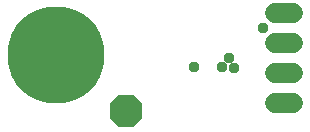
<source format=gbr>
G04 EAGLE Gerber RS-274X export*
G75*
%MOMM*%
%FSLAX34Y34*%
%LPD*%
%INSoldermask Bottom*%
%IPPOS*%
%AMOC8*
5,1,8,0,0,1.08239X$1,22.5*%
G01*
%ADD10C,1.727200*%
%ADD11P,2.982959X8X112.500000*%
%ADD12C,8.203200*%
%ADD13C,0.959600*%


D10*
X322580Y290830D02*
X337820Y290830D01*
X337820Y265430D02*
X322580Y265430D01*
X322580Y240030D02*
X337820Y240030D01*
X337820Y214630D02*
X322580Y214630D01*
D11*
X197104Y207518D03*
D12*
X137414Y255524D03*
D13*
X288290Y244122D03*
X313106Y278130D03*
X254000Y245110D03*
X278130Y245110D03*
X283692Y252956D03*
M02*

</source>
